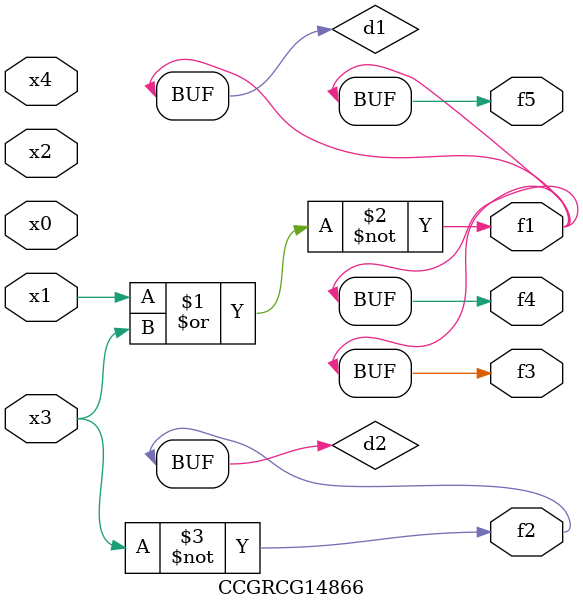
<source format=v>
module CCGRCG14866(
	input x0, x1, x2, x3, x4,
	output f1, f2, f3, f4, f5
);

	wire d1, d2;

	nor (d1, x1, x3);
	not (d2, x3);
	assign f1 = d1;
	assign f2 = d2;
	assign f3 = d1;
	assign f4 = d1;
	assign f5 = d1;
endmodule

</source>
